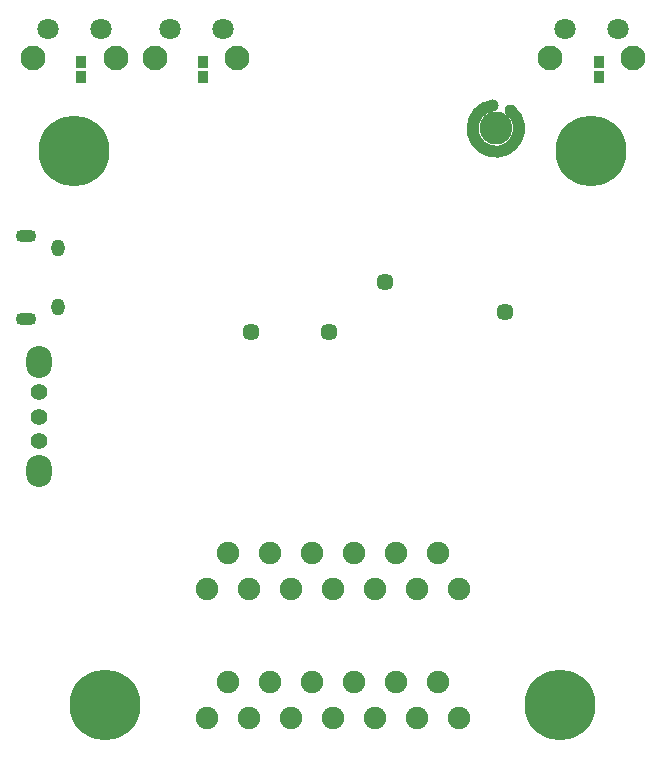
<source format=gbr>
G04 DipTrace 3.3.1.3*
G04 TopMask.gbr*
%MOMM*%
G04 #@! TF.FileFunction,Soldermask,Top*
G04 #@! TF.Part,Single*
%ADD18C,0.63497*%
%ADD45C,1.9*%
%ADD46C,1.0*%
%ADD47O,2.76792X2.79927*%
%ADD70C,6.0*%
%ADD92C,1.45*%
%ADD94C,1.4*%
%ADD96O,2.2X2.7*%
%ADD98C,0.9*%
%ADD100C,2.2*%
%ADD102C,2.1*%
%ADD103C,1.8*%
%ADD122O,1.75X1.1*%
%ADD124O,1.15X1.45*%
%ADD134R,0.9X1.1*%
%FSLAX35Y35*%
G04*
G71*
G90*
G75*
G01*
G04 TopMask*
%LPD*%
D134*
X1603257Y6857880D3*
Y6987880D3*
X5984757Y6857880D3*
Y6987880D3*
X2635133Y6857883D3*
Y6987883D3*
D70*
X5921257Y6238757D3*
X1539757D3*
X5658507Y1548757D3*
X1802507D3*
D45*
X2662507Y1434880D3*
X2840507Y1739880D3*
X3018507Y1434880D3*
X3196507Y1739880D3*
X3374507Y1434880D3*
X3552507Y1739880D3*
X3730507Y1434880D3*
X3908507Y1739880D3*
X4086507Y1434880D3*
X4264507Y1739880D3*
X4442507Y1434880D3*
X4620507Y1739880D3*
X4798507Y1434880D3*
D124*
X1404713Y4913883D3*
Y5413883D3*
D122*
X1134713Y4813883D3*
Y5513883D3*
D45*
X4798507Y2530257D3*
X4620507Y2835257D3*
X4442507Y2530257D3*
X4264507Y2835257D3*
X4086507Y2530257D3*
X3908507Y2835257D3*
X3730507Y2530257D3*
X3552507Y2835257D3*
X3374507Y2530257D3*
X3196507Y2835257D3*
X3018507Y2530257D3*
X2840507Y2835257D3*
X2662507Y2530257D3*
D103*
X5699007Y7272047D3*
X6149007D3*
D102*
X5574007Y7022047D3*
X6274007D3*
D103*
X2349380Y7270630D3*
X2799380D3*
D102*
X2224380Y7020630D3*
X2924380D3*
X5085696Y6621032D2*
D46*
G03X5236518Y6578168I26017J-195230D01*
G01*
D47*
X5109693Y6426120D3*
D100*
X5113810Y6428167D3*
D98*
X4918663Y6427733D3*
X5306917Y6428617D3*
D103*
X1317507Y7270657D3*
X1767507D3*
D102*
X1192507Y7020657D3*
X1892507D3*
D96*
X1242710Y4444687D3*
D94*
Y4190663D3*
Y3984313D3*
Y3777937D3*
D96*
Y3523913D3*
D92*
X4175007Y5127507D3*
X3698757Y4698883D3*
X5191007Y4873507D3*
X3042083Y4703857D3*
D18*
X5175132Y6476882D3*
M02*

</source>
